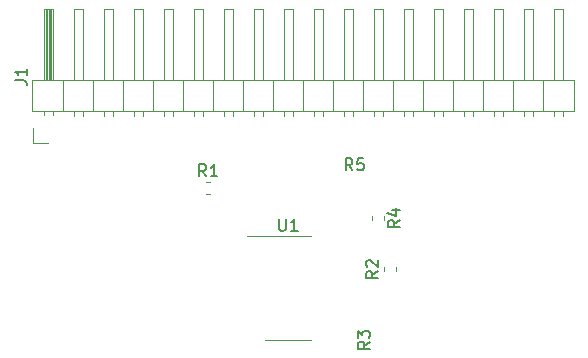
<source format=gbr>
G04 #@! TF.GenerationSoftware,KiCad,Pcbnew,5.1.5+dfsg1-2build2*
G04 #@! TF.CreationDate,2022-10-07T11:57:08+02:00*
G04 #@! TF.ProjectId,CMS_AmpliGBP,434d535f-416d-4706-9c69-4742502e6b69,rev?*
G04 #@! TF.SameCoordinates,Original*
G04 #@! TF.FileFunction,Legend,Top*
G04 #@! TF.FilePolarity,Positive*
%FSLAX46Y46*%
G04 Gerber Fmt 4.6, Leading zero omitted, Abs format (unit mm)*
G04 Created by KiCad (PCBNEW 5.1.5+dfsg1-2build2) date 2022-10-07 11:57:08*
%MOMM*%
%LPD*%
G04 APERTURE LIST*
%ADD10C,0.120000*%
%ADD11C,0.150000*%
G04 APERTURE END LIST*
D10*
X125035000Y-96350000D02*
X170875000Y-96350000D01*
X170875000Y-96350000D02*
X170875000Y-93690000D01*
X170875000Y-93690000D02*
X125035000Y-93690000D01*
X125035000Y-93690000D02*
X125035000Y-96350000D01*
X125985000Y-93690000D02*
X125985000Y-87690000D01*
X125985000Y-87690000D02*
X126745000Y-87690000D01*
X126745000Y-87690000D02*
X126745000Y-93690000D01*
X126045000Y-93690000D02*
X126045000Y-87690000D01*
X126165000Y-93690000D02*
X126165000Y-87690000D01*
X126285000Y-93690000D02*
X126285000Y-87690000D01*
X126405000Y-93690000D02*
X126405000Y-87690000D01*
X126525000Y-93690000D02*
X126525000Y-87690000D01*
X126645000Y-93690000D02*
X126645000Y-87690000D01*
X125985000Y-96680000D02*
X125985000Y-96350000D01*
X126745000Y-96680000D02*
X126745000Y-96350000D01*
X127635000Y-96350000D02*
X127635000Y-93690000D01*
X128525000Y-93690000D02*
X128525000Y-87690000D01*
X128525000Y-87690000D02*
X129285000Y-87690000D01*
X129285000Y-87690000D02*
X129285000Y-93690000D01*
X128525000Y-96747071D02*
X128525000Y-96350000D01*
X129285000Y-96747071D02*
X129285000Y-96350000D01*
X130175000Y-96350000D02*
X130175000Y-93690000D01*
X131065000Y-93690000D02*
X131065000Y-87690000D01*
X131065000Y-87690000D02*
X131825000Y-87690000D01*
X131825000Y-87690000D02*
X131825000Y-93690000D01*
X131065000Y-96747071D02*
X131065000Y-96350000D01*
X131825000Y-96747071D02*
X131825000Y-96350000D01*
X132715000Y-96350000D02*
X132715000Y-93690000D01*
X133605000Y-93690000D02*
X133605000Y-87690000D01*
X133605000Y-87690000D02*
X134365000Y-87690000D01*
X134365000Y-87690000D02*
X134365000Y-93690000D01*
X133605000Y-96747071D02*
X133605000Y-96350000D01*
X134365000Y-96747071D02*
X134365000Y-96350000D01*
X135255000Y-96350000D02*
X135255000Y-93690000D01*
X136145000Y-93690000D02*
X136145000Y-87690000D01*
X136145000Y-87690000D02*
X136905000Y-87690000D01*
X136905000Y-87690000D02*
X136905000Y-93690000D01*
X136145000Y-96747071D02*
X136145000Y-96350000D01*
X136905000Y-96747071D02*
X136905000Y-96350000D01*
X137795000Y-96350000D02*
X137795000Y-93690000D01*
X138685000Y-93690000D02*
X138685000Y-87690000D01*
X138685000Y-87690000D02*
X139445000Y-87690000D01*
X139445000Y-87690000D02*
X139445000Y-93690000D01*
X138685000Y-96747071D02*
X138685000Y-96350000D01*
X139445000Y-96747071D02*
X139445000Y-96350000D01*
X140335000Y-96350000D02*
X140335000Y-93690000D01*
X141225000Y-93690000D02*
X141225000Y-87690000D01*
X141225000Y-87690000D02*
X141985000Y-87690000D01*
X141985000Y-87690000D02*
X141985000Y-93690000D01*
X141225000Y-96747071D02*
X141225000Y-96350000D01*
X141985000Y-96747071D02*
X141985000Y-96350000D01*
X142875000Y-96350000D02*
X142875000Y-93690000D01*
X143765000Y-93690000D02*
X143765000Y-87690000D01*
X143765000Y-87690000D02*
X144525000Y-87690000D01*
X144525000Y-87690000D02*
X144525000Y-93690000D01*
X143765000Y-96747071D02*
X143765000Y-96350000D01*
X144525000Y-96747071D02*
X144525000Y-96350000D01*
X145415000Y-96350000D02*
X145415000Y-93690000D01*
X146305000Y-93690000D02*
X146305000Y-87690000D01*
X146305000Y-87690000D02*
X147065000Y-87690000D01*
X147065000Y-87690000D02*
X147065000Y-93690000D01*
X146305000Y-96747071D02*
X146305000Y-96350000D01*
X147065000Y-96747071D02*
X147065000Y-96350000D01*
X147955000Y-96350000D02*
X147955000Y-93690000D01*
X148845000Y-93690000D02*
X148845000Y-87690000D01*
X148845000Y-87690000D02*
X149605000Y-87690000D01*
X149605000Y-87690000D02*
X149605000Y-93690000D01*
X148845000Y-96747071D02*
X148845000Y-96350000D01*
X149605000Y-96747071D02*
X149605000Y-96350000D01*
X150495000Y-96350000D02*
X150495000Y-93690000D01*
X151385000Y-93690000D02*
X151385000Y-87690000D01*
X151385000Y-87690000D02*
X152145000Y-87690000D01*
X152145000Y-87690000D02*
X152145000Y-93690000D01*
X151385000Y-96747071D02*
X151385000Y-96350000D01*
X152145000Y-96747071D02*
X152145000Y-96350000D01*
X153035000Y-96350000D02*
X153035000Y-93690000D01*
X153925000Y-93690000D02*
X153925000Y-87690000D01*
X153925000Y-87690000D02*
X154685000Y-87690000D01*
X154685000Y-87690000D02*
X154685000Y-93690000D01*
X153925000Y-96747071D02*
X153925000Y-96350000D01*
X154685000Y-96747071D02*
X154685000Y-96350000D01*
X155575000Y-96350000D02*
X155575000Y-93690000D01*
X156465000Y-93690000D02*
X156465000Y-87690000D01*
X156465000Y-87690000D02*
X157225000Y-87690000D01*
X157225000Y-87690000D02*
X157225000Y-93690000D01*
X156465000Y-96747071D02*
X156465000Y-96350000D01*
X157225000Y-96747071D02*
X157225000Y-96350000D01*
X158115000Y-96350000D02*
X158115000Y-93690000D01*
X159005000Y-93690000D02*
X159005000Y-87690000D01*
X159005000Y-87690000D02*
X159765000Y-87690000D01*
X159765000Y-87690000D02*
X159765000Y-93690000D01*
X159005000Y-96747071D02*
X159005000Y-96350000D01*
X159765000Y-96747071D02*
X159765000Y-96350000D01*
X160655000Y-96350000D02*
X160655000Y-93690000D01*
X161545000Y-93690000D02*
X161545000Y-87690000D01*
X161545000Y-87690000D02*
X162305000Y-87690000D01*
X162305000Y-87690000D02*
X162305000Y-93690000D01*
X161545000Y-96747071D02*
X161545000Y-96350000D01*
X162305000Y-96747071D02*
X162305000Y-96350000D01*
X163195000Y-96350000D02*
X163195000Y-93690000D01*
X164085000Y-93690000D02*
X164085000Y-87690000D01*
X164085000Y-87690000D02*
X164845000Y-87690000D01*
X164845000Y-87690000D02*
X164845000Y-93690000D01*
X164085000Y-96747071D02*
X164085000Y-96350000D01*
X164845000Y-96747071D02*
X164845000Y-96350000D01*
X165735000Y-96350000D02*
X165735000Y-93690000D01*
X166625000Y-93690000D02*
X166625000Y-87690000D01*
X166625000Y-87690000D02*
X167385000Y-87690000D01*
X167385000Y-87690000D02*
X167385000Y-93690000D01*
X166625000Y-96747071D02*
X166625000Y-96350000D01*
X167385000Y-96747071D02*
X167385000Y-96350000D01*
X168275000Y-96350000D02*
X168275000Y-93690000D01*
X169165000Y-93690000D02*
X169165000Y-87690000D01*
X169165000Y-87690000D02*
X169925000Y-87690000D01*
X169925000Y-87690000D02*
X169925000Y-93690000D01*
X169165000Y-96747071D02*
X169165000Y-96350000D01*
X169925000Y-96747071D02*
X169925000Y-96350000D01*
X126365000Y-99060000D02*
X125095000Y-99060000D01*
X125095000Y-99060000D02*
X125095000Y-97790000D01*
X139740321Y-102309200D02*
X140065879Y-102309200D01*
X139740321Y-103329200D02*
X140065879Y-103329200D01*
X155780200Y-109890679D02*
X155780200Y-109565121D01*
X154760200Y-109890679D02*
X154760200Y-109565121D01*
X154764200Y-105221721D02*
X154764200Y-105547279D01*
X153744200Y-105221721D02*
X153744200Y-105547279D01*
X146665001Y-115737800D02*
X148615001Y-115737800D01*
X146665001Y-115737800D02*
X144715001Y-115737800D01*
X146665001Y-106867800D02*
X148615001Y-106867800D01*
X146665001Y-106867800D02*
X143215001Y-106867800D01*
D11*
X123547380Y-93738333D02*
X124261666Y-93738333D01*
X124404523Y-93785952D01*
X124499761Y-93881190D01*
X124547380Y-94024047D01*
X124547380Y-94119285D01*
X124547380Y-92738333D02*
X124547380Y-93309761D01*
X124547380Y-93024047D02*
X123547380Y-93024047D01*
X123690238Y-93119285D01*
X123785476Y-93214523D01*
X123833095Y-93309761D01*
X139736433Y-101841580D02*
X139403100Y-101365390D01*
X139165004Y-101841580D02*
X139165004Y-100841580D01*
X139545957Y-100841580D01*
X139641195Y-100889200D01*
X139688814Y-100936819D01*
X139736433Y-101032057D01*
X139736433Y-101174914D01*
X139688814Y-101270152D01*
X139641195Y-101317771D01*
X139545957Y-101365390D01*
X139165004Y-101365390D01*
X140688814Y-101841580D02*
X140117385Y-101841580D01*
X140403100Y-101841580D02*
X140403100Y-100841580D01*
X140307861Y-100984438D01*
X140212623Y-101079676D01*
X140117385Y-101127295D01*
X154292580Y-109894566D02*
X153816390Y-110227900D01*
X154292580Y-110465995D02*
X153292580Y-110465995D01*
X153292580Y-110085042D01*
X153340200Y-109989804D01*
X153387819Y-109942185D01*
X153483057Y-109894566D01*
X153625914Y-109894566D01*
X153721152Y-109942185D01*
X153768771Y-109989804D01*
X153816390Y-110085042D01*
X153816390Y-110465995D01*
X153387819Y-109513614D02*
X153340200Y-109465995D01*
X153292580Y-109370757D01*
X153292580Y-109132661D01*
X153340200Y-109037423D01*
X153387819Y-108989804D01*
X153483057Y-108942185D01*
X153578295Y-108942185D01*
X153721152Y-108989804D01*
X154292580Y-109561233D01*
X154292580Y-108942185D01*
X153587380Y-115866066D02*
X153111190Y-116199400D01*
X153587380Y-116437495D02*
X152587380Y-116437495D01*
X152587380Y-116056542D01*
X152635000Y-115961304D01*
X152682619Y-115913685D01*
X152777857Y-115866066D01*
X152920714Y-115866066D01*
X153015952Y-115913685D01*
X153063571Y-115961304D01*
X153111190Y-116056542D01*
X153111190Y-116437495D01*
X152587380Y-115532733D02*
X152587380Y-114913685D01*
X152968333Y-115247019D01*
X152968333Y-115104161D01*
X153015952Y-115008923D01*
X153063571Y-114961304D01*
X153158809Y-114913685D01*
X153396904Y-114913685D01*
X153492142Y-114961304D01*
X153539761Y-115008923D01*
X153587380Y-115104161D01*
X153587380Y-115389876D01*
X153539761Y-115485114D01*
X153492142Y-115532733D01*
X156136580Y-105551166D02*
X155660390Y-105884500D01*
X156136580Y-106122595D02*
X155136580Y-106122595D01*
X155136580Y-105741642D01*
X155184200Y-105646404D01*
X155231819Y-105598785D01*
X155327057Y-105551166D01*
X155469914Y-105551166D01*
X155565152Y-105598785D01*
X155612771Y-105646404D01*
X155660390Y-105741642D01*
X155660390Y-106122595D01*
X155469914Y-104694023D02*
X156136580Y-104694023D01*
X155088961Y-104932119D02*
X155803247Y-105170214D01*
X155803247Y-104551166D01*
X152129333Y-101339580D02*
X151796000Y-100863390D01*
X151557904Y-101339580D02*
X151557904Y-100339580D01*
X151938857Y-100339580D01*
X152034095Y-100387200D01*
X152081714Y-100434819D01*
X152129333Y-100530057D01*
X152129333Y-100672914D01*
X152081714Y-100768152D01*
X152034095Y-100815771D01*
X151938857Y-100863390D01*
X151557904Y-100863390D01*
X153034095Y-100339580D02*
X152557904Y-100339580D01*
X152510285Y-100815771D01*
X152557904Y-100768152D01*
X152653142Y-100720533D01*
X152891238Y-100720533D01*
X152986476Y-100768152D01*
X153034095Y-100815771D01*
X153081714Y-100911009D01*
X153081714Y-101149104D01*
X153034095Y-101244342D01*
X152986476Y-101291961D01*
X152891238Y-101339580D01*
X152653142Y-101339580D01*
X152557904Y-101291961D01*
X152510285Y-101244342D01*
X145903096Y-105475180D02*
X145903096Y-106284704D01*
X145950715Y-106379942D01*
X145998334Y-106427561D01*
X146093572Y-106475180D01*
X146284048Y-106475180D01*
X146379286Y-106427561D01*
X146426905Y-106379942D01*
X146474524Y-106284704D01*
X146474524Y-105475180D01*
X147474524Y-106475180D02*
X146903096Y-106475180D01*
X147188810Y-106475180D02*
X147188810Y-105475180D01*
X147093572Y-105618038D01*
X146998334Y-105713276D01*
X146903096Y-105760895D01*
M02*

</source>
